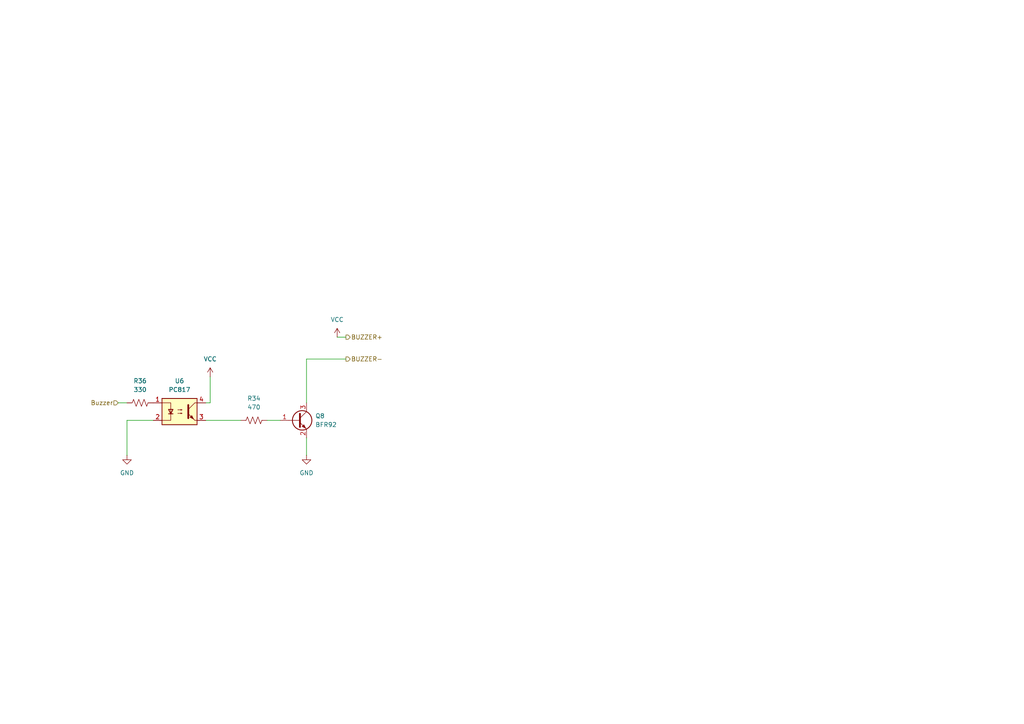
<source format=kicad_sch>
(kicad_sch
	(version 20250114)
	(generator "eeschema")
	(generator_version "9.0")
	(uuid "afaf4b47-d790-4ae5-af25-c7b99ffddc3b")
	(paper "A4")
	(lib_symbols
		(symbol "Device:R_US"
			(pin_numbers
				(hide yes)
			)
			(pin_names
				(offset 0)
			)
			(exclude_from_sim no)
			(in_bom yes)
			(on_board yes)
			(property "Reference" "R"
				(at 2.54 0 90)
				(effects
					(font
						(size 1.27 1.27)
					)
				)
			)
			(property "Value" "R_US"
				(at -2.54 0 90)
				(effects
					(font
						(size 1.27 1.27)
					)
				)
			)
			(property "Footprint" ""
				(at 1.016 -0.254 90)
				(effects
					(font
						(size 1.27 1.27)
					)
					(hide yes)
				)
			)
			(property "Datasheet" "~"
				(at 0 0 0)
				(effects
					(font
						(size 1.27 1.27)
					)
					(hide yes)
				)
			)
			(property "Description" "Resistor, US symbol"
				(at 0 0 0)
				(effects
					(font
						(size 1.27 1.27)
					)
					(hide yes)
				)
			)
			(property "ki_keywords" "R res resistor"
				(at 0 0 0)
				(effects
					(font
						(size 1.27 1.27)
					)
					(hide yes)
				)
			)
			(property "ki_fp_filters" "R_*"
				(at 0 0 0)
				(effects
					(font
						(size 1.27 1.27)
					)
					(hide yes)
				)
			)
			(symbol "R_US_0_1"
				(polyline
					(pts
						(xy 0 2.286) (xy 0 2.54)
					)
					(stroke
						(width 0)
						(type default)
					)
					(fill
						(type none)
					)
				)
				(polyline
					(pts
						(xy 0 2.286) (xy 1.016 1.905) (xy 0 1.524) (xy -1.016 1.143) (xy 0 0.762)
					)
					(stroke
						(width 0)
						(type default)
					)
					(fill
						(type none)
					)
				)
				(polyline
					(pts
						(xy 0 0.762) (xy 1.016 0.381) (xy 0 0) (xy -1.016 -0.381) (xy 0 -0.762)
					)
					(stroke
						(width 0)
						(type default)
					)
					(fill
						(type none)
					)
				)
				(polyline
					(pts
						(xy 0 -0.762) (xy 1.016 -1.143) (xy 0 -1.524) (xy -1.016 -1.905) (xy 0 -2.286)
					)
					(stroke
						(width 0)
						(type default)
					)
					(fill
						(type none)
					)
				)
				(polyline
					(pts
						(xy 0 -2.286) (xy 0 -2.54)
					)
					(stroke
						(width 0)
						(type default)
					)
					(fill
						(type none)
					)
				)
			)
			(symbol "R_US_1_1"
				(pin passive line
					(at 0 3.81 270)
					(length 1.27)
					(name "~"
						(effects
							(font
								(size 1.27 1.27)
							)
						)
					)
					(number "1"
						(effects
							(font
								(size 1.27 1.27)
							)
						)
					)
				)
				(pin passive line
					(at 0 -3.81 90)
					(length 1.27)
					(name "~"
						(effects
							(font
								(size 1.27 1.27)
							)
						)
					)
					(number "2"
						(effects
							(font
								(size 1.27 1.27)
							)
						)
					)
				)
			)
			(embedded_fonts no)
		)
		(symbol "Isolator:PC817"
			(pin_names
				(offset 1.016)
			)
			(exclude_from_sim no)
			(in_bom yes)
			(on_board yes)
			(property "Reference" "U"
				(at -5.08 5.08 0)
				(effects
					(font
						(size 1.27 1.27)
					)
					(justify left)
				)
			)
			(property "Value" "PC817"
				(at 0 5.08 0)
				(effects
					(font
						(size 1.27 1.27)
					)
					(justify left)
				)
			)
			(property "Footprint" "Package_DIP:DIP-4_W7.62mm"
				(at -5.08 -5.08 0)
				(effects
					(font
						(size 1.27 1.27)
						(italic yes)
					)
					(justify left)
					(hide yes)
				)
			)
			(property "Datasheet" "http://www.soselectronic.cz/a_info/resource/d/pc817.pdf"
				(at 0 0 0)
				(effects
					(font
						(size 1.27 1.27)
					)
					(justify left)
					(hide yes)
				)
			)
			(property "Description" "DC Optocoupler, Vce 35V, CTR 50-300%, DIP-4"
				(at 0 0 0)
				(effects
					(font
						(size 1.27 1.27)
					)
					(hide yes)
				)
			)
			(property "ki_keywords" "NPN DC Optocoupler"
				(at 0 0 0)
				(effects
					(font
						(size 1.27 1.27)
					)
					(hide yes)
				)
			)
			(property "ki_fp_filters" "DIP*W7.62mm*"
				(at 0 0 0)
				(effects
					(font
						(size 1.27 1.27)
					)
					(hide yes)
				)
			)
			(symbol "PC817_0_1"
				(rectangle
					(start -5.08 3.81)
					(end 5.08 -3.81)
					(stroke
						(width 0.254)
						(type default)
					)
					(fill
						(type background)
					)
				)
				(polyline
					(pts
						(xy -5.08 2.54) (xy -2.54 2.54) (xy -2.54 -0.635)
					)
					(stroke
						(width 0)
						(type default)
					)
					(fill
						(type none)
					)
				)
				(polyline
					(pts
						(xy -3.175 -0.635) (xy -1.905 -0.635)
					)
					(stroke
						(width 0.254)
						(type default)
					)
					(fill
						(type none)
					)
				)
				(polyline
					(pts
						(xy -2.54 -0.635) (xy -2.54 -2.54) (xy -5.08 -2.54)
					)
					(stroke
						(width 0)
						(type default)
					)
					(fill
						(type none)
					)
				)
				(polyline
					(pts
						(xy -2.54 -0.635) (xy -3.175 0.635) (xy -1.905 0.635) (xy -2.54 -0.635)
					)
					(stroke
						(width 0.254)
						(type default)
					)
					(fill
						(type none)
					)
				)
				(polyline
					(pts
						(xy -0.508 0.508) (xy 0.762 0.508) (xy 0.381 0.381) (xy 0.381 0.635) (xy 0.762 0.508)
					)
					(stroke
						(width 0)
						(type default)
					)
					(fill
						(type none)
					)
				)
				(polyline
					(pts
						(xy -0.508 -0.508) (xy 0.762 -0.508) (xy 0.381 -0.635) (xy 0.381 -0.381) (xy 0.762 -0.508)
					)
					(stroke
						(width 0)
						(type default)
					)
					(fill
						(type none)
					)
				)
				(polyline
					(pts
						(xy 2.54 1.905) (xy 2.54 -1.905) (xy 2.54 -1.905)
					)
					(stroke
						(width 0.508)
						(type default)
					)
					(fill
						(type none)
					)
				)
				(polyline
					(pts
						(xy 2.54 0.635) (xy 4.445 2.54)
					)
					(stroke
						(width 0)
						(type default)
					)
					(fill
						(type none)
					)
				)
				(polyline
					(pts
						(xy 3.048 -1.651) (xy 3.556 -1.143) (xy 4.064 -2.159) (xy 3.048 -1.651) (xy 3.048 -1.651)
					)
					(stroke
						(width 0)
						(type default)
					)
					(fill
						(type outline)
					)
				)
				(polyline
					(pts
						(xy 4.445 2.54) (xy 5.08 2.54)
					)
					(stroke
						(width 0)
						(type default)
					)
					(fill
						(type none)
					)
				)
				(polyline
					(pts
						(xy 4.445 -2.54) (xy 2.54 -0.635)
					)
					(stroke
						(width 0)
						(type default)
					)
					(fill
						(type outline)
					)
				)
				(polyline
					(pts
						(xy 4.445 -2.54) (xy 5.08 -2.54)
					)
					(stroke
						(width 0)
						(type default)
					)
					(fill
						(type none)
					)
				)
			)
			(symbol "PC817_1_1"
				(pin passive line
					(at -7.62 2.54 0)
					(length 2.54)
					(name "~"
						(effects
							(font
								(size 1.27 1.27)
							)
						)
					)
					(number "1"
						(effects
							(font
								(size 1.27 1.27)
							)
						)
					)
				)
				(pin passive line
					(at -7.62 -2.54 0)
					(length 2.54)
					(name "~"
						(effects
							(font
								(size 1.27 1.27)
							)
						)
					)
					(number "2"
						(effects
							(font
								(size 1.27 1.27)
							)
						)
					)
				)
				(pin passive line
					(at 7.62 2.54 180)
					(length 2.54)
					(name "~"
						(effects
							(font
								(size 1.27 1.27)
							)
						)
					)
					(number "4"
						(effects
							(font
								(size 1.27 1.27)
							)
						)
					)
				)
				(pin passive line
					(at 7.62 -2.54 180)
					(length 2.54)
					(name "~"
						(effects
							(font
								(size 1.27 1.27)
							)
						)
					)
					(number "3"
						(effects
							(font
								(size 1.27 1.27)
							)
						)
					)
				)
			)
			(embedded_fonts no)
		)
		(symbol "Transistor_BJT:BFR92"
			(pin_names
				(offset 0)
				(hide yes)
			)
			(exclude_from_sim no)
			(in_bom yes)
			(on_board yes)
			(property "Reference" "Q"
				(at 5.08 1.905 0)
				(effects
					(font
						(size 1.27 1.27)
					)
					(justify left)
				)
			)
			(property "Value" "BFR92"
				(at 5.08 0 0)
				(effects
					(font
						(size 1.27 1.27)
					)
					(justify left)
				)
			)
			(property "Footprint" "Package_TO_SOT_SMD:SOT-323_SC-70"
				(at 5.08 -1.905 0)
				(effects
					(font
						(size 1.27 1.27)
						(italic yes)
					)
					(justify left)
					(hide yes)
				)
			)
			(property "Datasheet" "https://assets.nexperia.com/documents/data-sheet/BFR92A_N.pdf"
				(at 0 0 0)
				(effects
					(font
						(size 1.27 1.27)
					)
					(justify left)
					(hide yes)
				)
			)
			(property "Description" "0.025A Ic, 15V Vce, 5GHz Wideband NPN Transistor, SOT-323"
				(at 0 0 0)
				(effects
					(font
						(size 1.27 1.27)
					)
					(hide yes)
				)
			)
			(property "ki_keywords" "RF 5GHz NPN Transistor"
				(at 0 0 0)
				(effects
					(font
						(size 1.27 1.27)
					)
					(hide yes)
				)
			)
			(property "ki_fp_filters" "SOT?323*"
				(at 0 0 0)
				(effects
					(font
						(size 1.27 1.27)
					)
					(hide yes)
				)
			)
			(symbol "BFR92_0_1"
				(polyline
					(pts
						(xy -2.54 0) (xy 0.635 0)
					)
					(stroke
						(width 0)
						(type default)
					)
					(fill
						(type none)
					)
				)
				(polyline
					(pts
						(xy 0.635 1.905) (xy 0.635 -1.905)
					)
					(stroke
						(width 0.508)
						(type default)
					)
					(fill
						(type none)
					)
				)
				(circle
					(center 1.27 0)
					(radius 2.8194)
					(stroke
						(width 0.254)
						(type default)
					)
					(fill
						(type none)
					)
				)
			)
			(symbol "BFR92_1_1"
				(polyline
					(pts
						(xy 0.635 0.635) (xy 2.54 2.54)
					)
					(stroke
						(width 0)
						(type default)
					)
					(fill
						(type none)
					)
				)
				(polyline
					(pts
						(xy 0.635 -0.635) (xy 2.54 -2.54)
					)
					(stroke
						(width 0)
						(type default)
					)
					(fill
						(type none)
					)
				)
				(polyline
					(pts
						(xy 1.27 -1.778) (xy 1.778 -1.27) (xy 2.286 -2.286) (xy 1.27 -1.778)
					)
					(stroke
						(width 0)
						(type default)
					)
					(fill
						(type outline)
					)
				)
				(pin input line
					(at -5.08 0 0)
					(length 2.54)
					(name "B"
						(effects
							(font
								(size 1.27 1.27)
							)
						)
					)
					(number "1"
						(effects
							(font
								(size 1.27 1.27)
							)
						)
					)
				)
				(pin passive line
					(at 2.54 5.08 270)
					(length 2.54)
					(name "C"
						(effects
							(font
								(size 1.27 1.27)
							)
						)
					)
					(number "3"
						(effects
							(font
								(size 1.27 1.27)
							)
						)
					)
				)
				(pin passive line
					(at 2.54 -5.08 90)
					(length 2.54)
					(name "E"
						(effects
							(font
								(size 1.27 1.27)
							)
						)
					)
					(number "2"
						(effects
							(font
								(size 1.27 1.27)
							)
						)
					)
				)
			)
			(embedded_fonts no)
		)
		(symbol "power:GND"
			(power)
			(pin_numbers
				(hide yes)
			)
			(pin_names
				(offset 0)
				(hide yes)
			)
			(exclude_from_sim no)
			(in_bom yes)
			(on_board yes)
			(property "Reference" "#PWR"
				(at 0 -6.35 0)
				(effects
					(font
						(size 1.27 1.27)
					)
					(hide yes)
				)
			)
			(property "Value" "GND"
				(at 0 -3.81 0)
				(effects
					(font
						(size 1.27 1.27)
					)
				)
			)
			(property "Footprint" ""
				(at 0 0 0)
				(effects
					(font
						(size 1.27 1.27)
					)
					(hide yes)
				)
			)
			(property "Datasheet" ""
				(at 0 0 0)
				(effects
					(font
						(size 1.27 1.27)
					)
					(hide yes)
				)
			)
			(property "Description" "Power symbol creates a global label with name \"GND\" , ground"
				(at 0 0 0)
				(effects
					(font
						(size 1.27 1.27)
					)
					(hide yes)
				)
			)
			(property "ki_keywords" "global power"
				(at 0 0 0)
				(effects
					(font
						(size 1.27 1.27)
					)
					(hide yes)
				)
			)
			(symbol "GND_0_1"
				(polyline
					(pts
						(xy 0 0) (xy 0 -1.27) (xy 1.27 -1.27) (xy 0 -2.54) (xy -1.27 -1.27) (xy 0 -1.27)
					)
					(stroke
						(width 0)
						(type default)
					)
					(fill
						(type none)
					)
				)
			)
			(symbol "GND_1_1"
				(pin power_in line
					(at 0 0 270)
					(length 0)
					(name "~"
						(effects
							(font
								(size 1.27 1.27)
							)
						)
					)
					(number "1"
						(effects
							(font
								(size 1.27 1.27)
							)
						)
					)
				)
			)
			(embedded_fonts no)
		)
		(symbol "power:VCC"
			(power)
			(pin_numbers
				(hide yes)
			)
			(pin_names
				(offset 0)
				(hide yes)
			)
			(exclude_from_sim no)
			(in_bom yes)
			(on_board yes)
			(property "Reference" "#PWR"
				(at 0 -3.81 0)
				(effects
					(font
						(size 1.27 1.27)
					)
					(hide yes)
				)
			)
			(property "Value" "VCC"
				(at 0 3.556 0)
				(effects
					(font
						(size 1.27 1.27)
					)
				)
			)
			(property "Footprint" ""
				(at 0 0 0)
				(effects
					(font
						(size 1.27 1.27)
					)
					(hide yes)
				)
			)
			(property "Datasheet" ""
				(at 0 0 0)
				(effects
					(font
						(size 1.27 1.27)
					)
					(hide yes)
				)
			)
			(property "Description" "Power symbol creates a global label with name \"VCC\""
				(at 0 0 0)
				(effects
					(font
						(size 1.27 1.27)
					)
					(hide yes)
				)
			)
			(property "ki_keywords" "global power"
				(at 0 0 0)
				(effects
					(font
						(size 1.27 1.27)
					)
					(hide yes)
				)
			)
			(symbol "VCC_0_1"
				(polyline
					(pts
						(xy -0.762 1.27) (xy 0 2.54)
					)
					(stroke
						(width 0)
						(type default)
					)
					(fill
						(type none)
					)
				)
				(polyline
					(pts
						(xy 0 2.54) (xy 0.762 1.27)
					)
					(stroke
						(width 0)
						(type default)
					)
					(fill
						(type none)
					)
				)
				(polyline
					(pts
						(xy 0 0) (xy 0 2.54)
					)
					(stroke
						(width 0)
						(type default)
					)
					(fill
						(type none)
					)
				)
			)
			(symbol "VCC_1_1"
				(pin power_in line
					(at 0 0 90)
					(length 0)
					(name "~"
						(effects
							(font
								(size 1.27 1.27)
							)
						)
					)
					(number "1"
						(effects
							(font
								(size 1.27 1.27)
							)
						)
					)
				)
			)
			(embedded_fonts no)
		)
	)
	(wire
		(pts
			(xy 34.29 116.84) (xy 36.83 116.84)
		)
		(stroke
			(width 0)
			(type default)
		)
		(uuid "296b9bcf-9959-40e1-9033-269ea586ed28")
	)
	(wire
		(pts
			(xy 97.79 97.79) (xy 100.33 97.79)
		)
		(stroke
			(width 0)
			(type default)
		)
		(uuid "2c2797be-ce67-4615-9ea7-3f14b550d3d7")
	)
	(wire
		(pts
			(xy 59.69 121.92) (xy 69.85 121.92)
		)
		(stroke
			(width 0)
			(type default)
		)
		(uuid "344cd650-bd24-4fdf-80cb-e5087f0d7c3a")
	)
	(wire
		(pts
			(xy 100.33 104.14) (xy 88.9 104.14)
		)
		(stroke
			(width 0)
			(type default)
		)
		(uuid "4a586251-e70d-4625-ae2c-548b4885057c")
	)
	(wire
		(pts
			(xy 77.47 121.92) (xy 81.28 121.92)
		)
		(stroke
			(width 0)
			(type default)
		)
		(uuid "6179bf5c-d4fd-4932-9815-cd160391d24a")
	)
	(wire
		(pts
			(xy 36.83 132.08) (xy 36.83 121.92)
		)
		(stroke
			(width 0)
			(type default)
		)
		(uuid "754c0003-214c-4db5-971b-33a748e5af74")
	)
	(wire
		(pts
			(xy 36.83 121.92) (xy 44.45 121.92)
		)
		(stroke
			(width 0)
			(type default)
		)
		(uuid "781a5e16-5d89-4f4d-acaa-7e74f91d19ba")
	)
	(wire
		(pts
			(xy 60.96 109.22) (xy 60.96 116.84)
		)
		(stroke
			(width 0)
			(type default)
		)
		(uuid "9e9890c4-60fe-4a94-a9cf-01db0c9f20bb")
	)
	(wire
		(pts
			(xy 60.96 116.84) (xy 59.69 116.84)
		)
		(stroke
			(width 0)
			(type default)
		)
		(uuid "c5f0fb56-4bbd-4425-84b4-3018bb5a9ee1")
	)
	(wire
		(pts
			(xy 88.9 104.14) (xy 88.9 116.84)
		)
		(stroke
			(width 0)
			(type default)
		)
		(uuid "ee7142c1-2e67-453e-972b-ca8dab91226e")
	)
	(wire
		(pts
			(xy 88.9 127) (xy 88.9 132.08)
		)
		(stroke
			(width 0)
			(type default)
		)
		(uuid "f5f8f8c1-95bf-4bb9-843a-a28c58d7d5a2")
	)
	(hierarchical_label "BUZZER-"
		(shape output)
		(at 100.33 104.14 0)
		(effects
			(font
				(size 1.27 1.27)
			)
			(justify left)
		)
		(uuid "3a83fe37-b834-4459-9077-20ef638df4d7")
	)
	(hierarchical_label "BUZZER+"
		(shape output)
		(at 100.33 97.79 0)
		(effects
			(font
				(size 1.27 1.27)
			)
			(justify left)
		)
		(uuid "46041166-3655-4707-9d21-b2ced04b681a")
	)
	(hierarchical_label "Buzzer"
		(shape input)
		(at 34.29 116.84 180)
		(effects
			(font
				(size 1.27 1.27)
			)
			(justify right)
		)
		(uuid "f0319a04-aa56-4880-9048-87186cf9dafe")
	)
	(symbol
		(lib_id "Isolator:PC817")
		(at 52.07 119.38 0)
		(unit 1)
		(exclude_from_sim no)
		(in_bom yes)
		(on_board yes)
		(dnp no)
		(uuid "4f7837a4-a594-4cdd-8e02-89a5f19607ee")
		(property "Reference" "U6"
			(at 52.07 110.49 0)
			(effects
				(font
					(size 1.27 1.27)
				)
			)
		)
		(property "Value" "PC817"
			(at 52.07 113.03 0)
			(effects
				(font
					(size 1.27 1.27)
				)
			)
		)
		(property "Footprint" "Package_DIP:DIP-4_W7.62mm"
			(at 46.99 124.46 0)
			(effects
				(font
					(size 1.27 1.27)
					(italic yes)
				)
				(justify left)
				(hide yes)
			)
		)
		(property "Datasheet" "http://www.soselectronic.cz/a_info/resource/d/pc817.pdf"
			(at 52.07 119.38 0)
			(effects
				(font
					(size 1.27 1.27)
				)
				(justify left)
				(hide yes)
			)
		)
		(property "Description" "DC Optocoupler, Vce 35V, CTR 50-300%, DIP-4"
			(at 52.07 119.38 0)
			(effects
				(font
					(size 1.27 1.27)
				)
				(hide yes)
			)
		)
		(pin "1"
			(uuid "b99dc416-a973-4270-8926-02c06400af98")
		)
		(pin "3"
			(uuid "1d8bcb73-91fc-47c2-a7ef-48444dde906d")
		)
		(pin "2"
			(uuid "fd199b70-3ae4-45e1-b9e8-df934ef95dd0")
		)
		(pin "4"
			(uuid "3749903c-7f8a-49a9-8896-e085f5be680b")
		)
		(instances
			(project "Micro_puerta"
				(path "/1b977d99-1d22-4971-9e37-13f65a474bc7/be4a5a19-382f-465e-8ce7-b4d36dda7d2a/5c903b5a-7620-4596-99a3-35d5351c7a41"
					(reference "U6")
					(unit 1)
				)
			)
		)
	)
	(symbol
		(lib_id "power:GND")
		(at 88.9 132.08 0)
		(unit 1)
		(exclude_from_sim no)
		(in_bom yes)
		(on_board yes)
		(dnp no)
		(fields_autoplaced yes)
		(uuid "5414d8e2-4374-47a9-977e-a434667add97")
		(property "Reference" "#PWR052"
			(at 88.9 138.43 0)
			(effects
				(font
					(size 1.27 1.27)
				)
				(hide yes)
			)
		)
		(property "Value" "GND"
			(at 88.9 137.16 0)
			(effects
				(font
					(size 1.27 1.27)
				)
			)
		)
		(property "Footprint" ""
			(at 88.9 132.08 0)
			(effects
				(font
					(size 1.27 1.27)
				)
				(hide yes)
			)
		)
		(property "Datasheet" ""
			(at 88.9 132.08 0)
			(effects
				(font
					(size 1.27 1.27)
				)
				(hide yes)
			)
		)
		(property "Description" "Power symbol creates a global label with name \"GND\" , ground"
			(at 88.9 132.08 0)
			(effects
				(font
					(size 1.27 1.27)
				)
				(hide yes)
			)
		)
		(pin "1"
			(uuid "1ede1d4b-2c15-4208-8806-32dc8d0cafbe")
		)
		(instances
			(project "Micro_puerta"
				(path "/1b977d99-1d22-4971-9e37-13f65a474bc7/be4a5a19-382f-465e-8ce7-b4d36dda7d2a/5c903b5a-7620-4596-99a3-35d5351c7a41"
					(reference "#PWR052")
					(unit 1)
				)
			)
		)
	)
	(symbol
		(lib_id "Device:R_US")
		(at 73.66 121.92 270)
		(unit 1)
		(exclude_from_sim no)
		(in_bom yes)
		(on_board yes)
		(dnp no)
		(fields_autoplaced yes)
		(uuid "58cf8daa-a6d0-4ce2-b65e-acbe2544fec6")
		(property "Reference" "R34"
			(at 73.66 115.57 90)
			(effects
				(font
					(size 1.27 1.27)
				)
			)
		)
		(property "Value" "470"
			(at 73.66 118.11 90)
			(effects
				(font
					(size 1.27 1.27)
				)
			)
		)
		(property "Footprint" "Resistor_SMD:R_0201_0603Metric"
			(at 73.406 122.936 90)
			(effects
				(font
					(size 1.27 1.27)
				)
				(hide yes)
			)
		)
		(property "Datasheet" "~"
			(at 73.66 121.92 0)
			(effects
				(font
					(size 1.27 1.27)
				)
				(hide yes)
			)
		)
		(property "Description" "Resistor, US symbol"
			(at 73.66 121.92 0)
			(effects
				(font
					(size 1.27 1.27)
				)
				(hide yes)
			)
		)
		(pin "1"
			(uuid "5d0b9ad6-aa95-4b76-b025-b794a52c3951")
		)
		(pin "2"
			(uuid "0c15651a-f53b-4b38-b55c-fd3893cbda33")
		)
		(instances
			(project "Micro_puerta"
				(path "/1b977d99-1d22-4971-9e37-13f65a474bc7/be4a5a19-382f-465e-8ce7-b4d36dda7d2a/5c903b5a-7620-4596-99a3-35d5351c7a41"
					(reference "R34")
					(unit 1)
				)
			)
		)
	)
	(symbol
		(lib_id "power:VCC")
		(at 60.96 109.22 0)
		(unit 1)
		(exclude_from_sim no)
		(in_bom yes)
		(on_board yes)
		(dnp no)
		(fields_autoplaced yes)
		(uuid "5edc9474-8057-47b4-8258-aa7dd9df0f01")
		(property "Reference" "#PWR051"
			(at 60.96 113.03 0)
			(effects
				(font
					(size 1.27 1.27)
				)
				(hide yes)
			)
		)
		(property "Value" "VCC"
			(at 60.96 104.14 0)
			(effects
				(font
					(size 1.27 1.27)
				)
			)
		)
		(property "Footprint" ""
			(at 60.96 109.22 0)
			(effects
				(font
					(size 1.27 1.27)
				)
				(hide yes)
			)
		)
		(property "Datasheet" ""
			(at 60.96 109.22 0)
			(effects
				(font
					(size 1.27 1.27)
				)
				(hide yes)
			)
		)
		(property "Description" "Power symbol creates a global label with name \"VCC\""
			(at 60.96 109.22 0)
			(effects
				(font
					(size 1.27 1.27)
				)
				(hide yes)
			)
		)
		(pin "1"
			(uuid "0d826bd3-c3d5-4904-9405-1a8f1f999ab0")
		)
		(instances
			(project "Micro_puerta"
				(path "/1b977d99-1d22-4971-9e37-13f65a474bc7/be4a5a19-382f-465e-8ce7-b4d36dda7d2a/5c903b5a-7620-4596-99a3-35d5351c7a41"
					(reference "#PWR051")
					(unit 1)
				)
			)
		)
	)
	(symbol
		(lib_id "Device:R_US")
		(at 40.64 116.84 270)
		(unit 1)
		(exclude_from_sim no)
		(in_bom yes)
		(on_board yes)
		(dnp no)
		(fields_autoplaced yes)
		(uuid "6c4e0ad8-eb56-4882-a076-515ed9cc424a")
		(property "Reference" "R36"
			(at 40.64 110.49 90)
			(effects
				(font
					(size 1.27 1.27)
				)
			)
		)
		(property "Value" "330"
			(at 40.64 113.03 90)
			(effects
				(font
					(size 1.27 1.27)
				)
			)
		)
		(property "Footprint" "Resistor_SMD:R_0201_0603Metric"
			(at 40.386 117.856 90)
			(effects
				(font
					(size 1.27 1.27)
				)
				(hide yes)
			)
		)
		(property "Datasheet" "~"
			(at 40.64 116.84 0)
			(effects
				(font
					(size 1.27 1.27)
				)
				(hide yes)
			)
		)
		(property "Description" "Resistor, US symbol"
			(at 40.64 116.84 0)
			(effects
				(font
					(size 1.27 1.27)
				)
				(hide yes)
			)
		)
		(pin "1"
			(uuid "7ad17c5c-89aa-4395-96bf-6380e2480d82")
		)
		(pin "2"
			(uuid "e37968da-82c0-4ae8-b169-0806163029aa")
		)
		(instances
			(project "Micro_puerta"
				(path "/1b977d99-1d22-4971-9e37-13f65a474bc7/be4a5a19-382f-465e-8ce7-b4d36dda7d2a/5c903b5a-7620-4596-99a3-35d5351c7a41"
					(reference "R36")
					(unit 1)
				)
			)
		)
	)
	(symbol
		(lib_id "power:VCC")
		(at 97.79 97.79 0)
		(unit 1)
		(exclude_from_sim no)
		(in_bom yes)
		(on_board yes)
		(dnp no)
		(fields_autoplaced yes)
		(uuid "7ccfe269-e7f8-452c-b2bc-feac7df82a69")
		(property "Reference" "#PWR053"
			(at 97.79 101.6 0)
			(effects
				(font
					(size 1.27 1.27)
				)
				(hide yes)
			)
		)
		(property "Value" "VCC"
			(at 97.79 92.71 0)
			(effects
				(font
					(size 1.27 1.27)
				)
			)
		)
		(property "Footprint" ""
			(at 97.79 97.79 0)
			(effects
				(font
					(size 1.27 1.27)
				)
				(hide yes)
			)
		)
		(property "Datasheet" ""
			(at 97.79 97.79 0)
			(effects
				(font
					(size 1.27 1.27)
				)
				(hide yes)
			)
		)
		(property "Description" "Power symbol creates a global label with name \"VCC\""
			(at 97.79 97.79 0)
			(effects
				(font
					(size 1.27 1.27)
				)
				(hide yes)
			)
		)
		(pin "1"
			(uuid "9283cb98-9345-46b3-aaa1-7d611f92b211")
		)
		(instances
			(project "Micro_puerta"
				(path "/1b977d99-1d22-4971-9e37-13f65a474bc7/be4a5a19-382f-465e-8ce7-b4d36dda7d2a/5c903b5a-7620-4596-99a3-35d5351c7a41"
					(reference "#PWR053")
					(unit 1)
				)
			)
		)
	)
	(symbol
		(lib_id "Transistor_BJT:BFR92")
		(at 86.36 121.92 0)
		(unit 1)
		(exclude_from_sim no)
		(in_bom yes)
		(on_board yes)
		(dnp no)
		(uuid "a8b847e9-8e08-4668-ab3e-47a013c4bfe5")
		(property "Reference" "Q8"
			(at 91.44 120.6499 0)
			(effects
				(font
					(size 1.27 1.27)
				)
				(justify left)
			)
		)
		(property "Value" "BFR92"
			(at 91.44 123.1899 0)
			(effects
				(font
					(size 1.27 1.27)
				)
				(justify left)
			)
		)
		(property "Footprint" "Package_TO_SOT_SMD:SOT-323_SC-70"
			(at 91.44 123.825 0)
			(effects
				(font
					(size 1.27 1.27)
					(italic yes)
				)
				(justify left)
				(hide yes)
			)
		)
		(property "Datasheet" "https://assets.nexperia.com/documents/data-sheet/BFR92A_N.pdf"
			(at 86.36 121.92 0)
			(effects
				(font
					(size 1.27 1.27)
				)
				(justify left)
				(hide yes)
			)
		)
		(property "Description" "0.025A Ic, 15V Vce, 5GHz Wideband NPN Transistor, SOT-323"
			(at 86.36 121.92 0)
			(effects
				(font
					(size 1.27 1.27)
				)
				(hide yes)
			)
		)
		(pin "1"
			(uuid "dd68251b-e65c-4f55-8081-6632e5e41dd7")
		)
		(pin "2"
			(uuid "0b510035-23d4-47aa-a26a-6bbd808d9d8b")
		)
		(pin "3"
			(uuid "15ed6413-f813-4a60-acbf-2fde897fe373")
		)
		(instances
			(project "Micro_puerta"
				(path "/1b977d99-1d22-4971-9e37-13f65a474bc7/be4a5a19-382f-465e-8ce7-b4d36dda7d2a/5c903b5a-7620-4596-99a3-35d5351c7a41"
					(reference "Q8")
					(unit 1)
				)
			)
		)
	)
	(symbol
		(lib_id "power:GND")
		(at 36.83 132.08 0)
		(unit 1)
		(exclude_from_sim no)
		(in_bom yes)
		(on_board yes)
		(dnp no)
		(fields_autoplaced yes)
		(uuid "d46f9cde-4353-42dc-b3d2-f33a1d66314c")
		(property "Reference" "#PWR048"
			(at 36.83 138.43 0)
			(effects
				(font
					(size 1.27 1.27)
				)
				(hide yes)
			)
		)
		(property "Value" "GND"
			(at 36.83 137.16 0)
			(effects
				(font
					(size 1.27 1.27)
				)
			)
		)
		(property "Footprint" ""
			(at 36.83 132.08 0)
			(effects
				(font
					(size 1.27 1.27)
				)
				(hide yes)
			)
		)
		(property "Datasheet" ""
			(at 36.83 132.08 0)
			(effects
				(font
					(size 1.27 1.27)
				)
				(hide yes)
			)
		)
		(property "Description" "Power symbol creates a global label with name \"GND\" , ground"
			(at 36.83 132.08 0)
			(effects
				(font
					(size 1.27 1.27)
				)
				(hide yes)
			)
		)
		(pin "1"
			(uuid "7770d829-7ab9-4f7c-a868-8874e75891b2")
		)
		(instances
			(project "Micro_puerta"
				(path "/1b977d99-1d22-4971-9e37-13f65a474bc7/be4a5a19-382f-465e-8ce7-b4d36dda7d2a/5c903b5a-7620-4596-99a3-35d5351c7a41"
					(reference "#PWR048")
					(unit 1)
				)
			)
		)
	)
)

</source>
